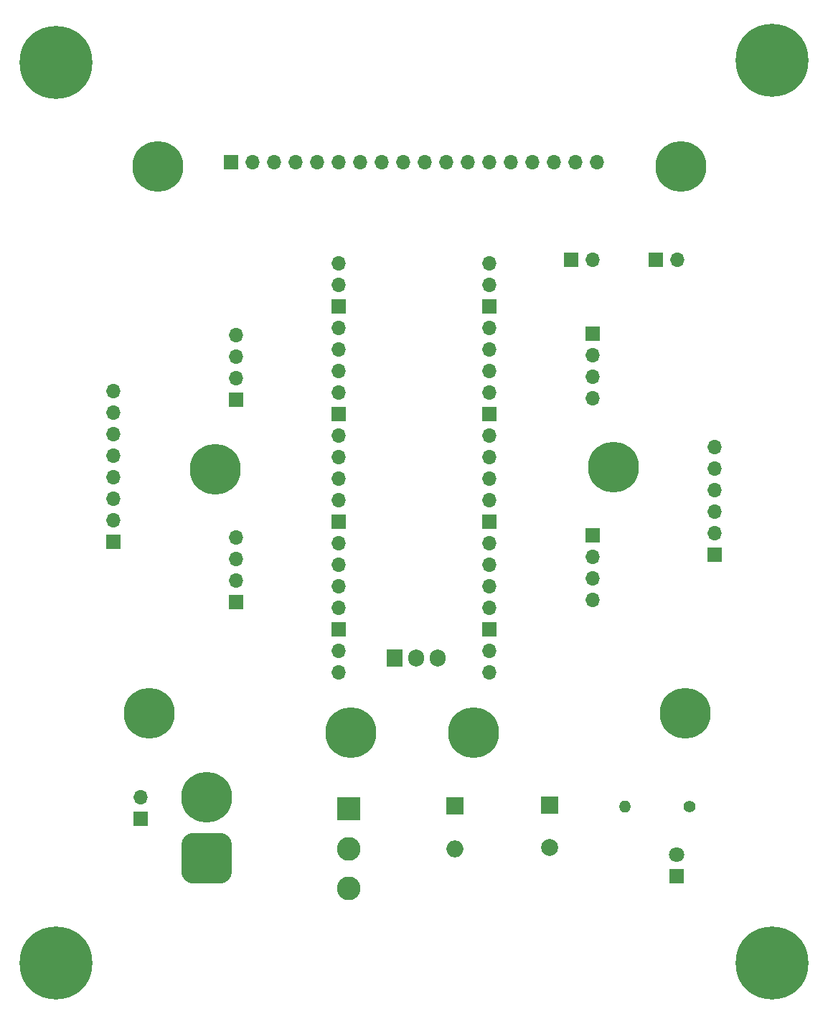
<source format=gbr>
%TF.GenerationSoftware,KiCad,Pcbnew,(6.0.9)*%
%TF.CreationDate,2022-12-13T13:02:29-05:00*%
%TF.ProjectId,Team5_Coaster_post_mdr,5465616d-355f-4436-9f61-737465725f70,rev?*%
%TF.SameCoordinates,Original*%
%TF.FileFunction,Soldermask,Bot*%
%TF.FilePolarity,Negative*%
%FSLAX46Y46*%
G04 Gerber Fmt 4.6, Leading zero omitted, Abs format (unit mm)*
G04 Created by KiCad (PCBNEW (6.0.9)) date 2022-12-13 13:02:29*
%MOMM*%
%LPD*%
G01*
G04 APERTURE LIST*
G04 Aperture macros list*
%AMRoundRect*
0 Rectangle with rounded corners*
0 $1 Rounding radius*
0 $2 $3 $4 $5 $6 $7 $8 $9 X,Y pos of 4 corners*
0 Add a 4 corners polygon primitive as box body*
4,1,4,$2,$3,$4,$5,$6,$7,$8,$9,$2,$3,0*
0 Add four circle primitives for the rounded corners*
1,1,$1+$1,$2,$3*
1,1,$1+$1,$4,$5*
1,1,$1+$1,$6,$7*
1,1,$1+$1,$8,$9*
0 Add four rect primitives between the rounded corners*
20,1,$1+$1,$2,$3,$4,$5,0*
20,1,$1+$1,$4,$5,$6,$7,0*
20,1,$1+$1,$6,$7,$8,$9,0*
20,1,$1+$1,$8,$9,$2,$3,0*%
G04 Aperture macros list end*
%ADD10C,6.000000*%
%ADD11R,1.700000X1.700000*%
%ADD12O,1.700000X1.700000*%
%ADD13R,2.794000X2.794000*%
%ADD14C,2.794000*%
%ADD15C,0.900000*%
%ADD16C,8.600000*%
%ADD17R,1.800000X1.800000*%
%ADD18C,1.800000*%
%ADD19R,2.000000X2.000000*%
%ADD20O,2.000000X2.000000*%
%ADD21C,2.000000*%
%ADD22R,1.905000X2.000000*%
%ADD23O,1.905000X2.000000*%
%ADD24RoundRect,1.500000X1.500000X-1.500000X1.500000X1.500000X-1.500000X1.500000X-1.500000X-1.500000X0*%
%ADD25C,1.400000*%
%ADD26O,1.400000X1.400000*%
G04 APERTURE END LIST*
D10*
%TO.C,J11*%
X95500000Y-131750000D03*
%TD*%
D11*
%TO.C,RF1*%
X147775000Y-86950000D03*
D12*
X147775000Y-89490000D03*
X147775000Y-92030000D03*
X147775000Y-94570000D03*
%TD*%
D10*
%TO.C,J15*%
X158250000Y-67250000D03*
%TD*%
D13*
%TO.C,SW1*%
X119000000Y-143051000D03*
D14*
X119000000Y-147750000D03*
X119000000Y-152449000D03*
%TD*%
D11*
%TO.C,J13*%
X155250000Y-78225000D03*
D12*
X157790000Y-78225000D03*
%TD*%
D15*
%TO.C,H3*%
X172225000Y-161250000D03*
D16*
X169000000Y-161250000D03*
D15*
X171280419Y-158969581D03*
X169000000Y-164475000D03*
X166719581Y-163530419D03*
X165775000Y-161250000D03*
X166719581Y-158969581D03*
X171280419Y-163530419D03*
X169000000Y-158025000D03*
%TD*%
D11*
%TO.C,J9*%
X91250000Y-111490000D03*
D12*
X91250000Y-108950000D03*
X91250000Y-106410000D03*
X91250000Y-103870000D03*
X91250000Y-101330000D03*
X91250000Y-98790000D03*
X91250000Y-96250000D03*
X91250000Y-93710000D03*
%TD*%
D17*
%TO.C,D3*%
X157750000Y-151025000D03*
D18*
X157750000Y-148485000D03*
%TD*%
D19*
%TO.C,D1*%
X131555000Y-142695354D03*
D20*
X131555000Y-147775354D03*
%TD*%
D15*
%TO.C,H1*%
X84500000Y-51775000D03*
X86780419Y-52719581D03*
D16*
X84500000Y-55000000D03*
D15*
X87725000Y-55000000D03*
X82219581Y-57280419D03*
X81275000Y-55000000D03*
X84500000Y-58225000D03*
X86780419Y-57280419D03*
X82219581Y-52719581D03*
%TD*%
D10*
%TO.C,J14*%
X158750000Y-131750000D03*
%TD*%
%TO.C,J12*%
X103250000Y-103000000D03*
%TD*%
D11*
%TO.C,J8*%
X105175000Y-66725000D03*
D12*
X107715000Y-66725000D03*
X110255000Y-66725000D03*
X112795000Y-66725000D03*
X115335000Y-66725000D03*
X117875000Y-66725000D03*
X120415000Y-66725000D03*
X122955000Y-66725000D03*
X125495000Y-66725000D03*
X128035000Y-66725000D03*
X130575000Y-66725000D03*
X133115000Y-66725000D03*
X135655000Y-66725000D03*
X138195000Y-66725000D03*
X140735000Y-66725000D03*
X143275000Y-66725000D03*
X145815000Y-66725000D03*
X148355000Y-66725000D03*
%TD*%
D19*
%TO.C,C1*%
X142750000Y-142632323D03*
D21*
X142750000Y-147632323D03*
%TD*%
D10*
%TO.C,J5*%
X96500000Y-67250000D03*
%TD*%
D22*
%TO.C,U2*%
X124460000Y-125222500D03*
D23*
X127000000Y-125222500D03*
X129540000Y-125222500D03*
%TD*%
D11*
%TO.C,J2*%
X162225000Y-113075000D03*
D12*
X162225000Y-110535000D03*
X162225000Y-107995000D03*
X162225000Y-105455000D03*
X162225000Y-102915000D03*
X162225000Y-100375000D03*
%TD*%
D11*
%TO.C,J4*%
X145250000Y-78252500D03*
D12*
X147790000Y-78252500D03*
%TD*%
D16*
%TO.C,H2*%
X169000000Y-54750000D03*
D15*
X172225000Y-54750000D03*
X166719581Y-57030419D03*
X169000000Y-51525000D03*
X171280419Y-52469581D03*
X165775000Y-54750000D03*
X169000000Y-57975000D03*
X166719581Y-52469581D03*
X171280419Y-57030419D03*
%TD*%
D24*
%TO.C,J1*%
X102250000Y-148850000D03*
D10*
X102250000Y-141650000D03*
%TD*%
D11*
%TO.C,J6*%
X94475000Y-144250000D03*
D12*
X94475000Y-141710000D03*
%TD*%
D25*
%TO.C,R1*%
X159250000Y-142750000D03*
D26*
X151630000Y-142750000D03*
%TD*%
D11*
%TO.C,LB1*%
X105725000Y-118620000D03*
D12*
X105725000Y-116080000D03*
X105725000Y-113540000D03*
X105725000Y-111000000D03*
%TD*%
D15*
%TO.C,H4*%
X82219581Y-163530419D03*
X86780419Y-158969581D03*
D16*
X84500000Y-161250000D03*
D15*
X82219581Y-158969581D03*
X87725000Y-161250000D03*
X86780419Y-163530419D03*
X84500000Y-158025000D03*
X81275000Y-161250000D03*
X84500000Y-164475000D03*
%TD*%
D11*
%TO.C,LF1*%
X105725000Y-94800000D03*
D12*
X105725000Y-92260000D03*
X105725000Y-89720000D03*
X105725000Y-87180000D03*
%TD*%
D10*
%TO.C,J7*%
X119250000Y-134027500D03*
%TD*%
%TO.C,J3*%
X133750000Y-134027500D03*
%TD*%
%TO.C,J10*%
X150250000Y-102750000D03*
%TD*%
D11*
%TO.C,RB1*%
X147775000Y-110750000D03*
D12*
X147775000Y-113290000D03*
X147775000Y-115830000D03*
X147775000Y-118370000D03*
%TD*%
%TO.C,U1*%
X117860000Y-78647500D03*
X117860000Y-81187500D03*
D11*
X117860000Y-83727500D03*
D12*
X117860000Y-86267500D03*
X117860000Y-88807500D03*
X117860000Y-91347500D03*
X117860000Y-93887500D03*
D11*
X117860000Y-96427500D03*
D12*
X117860000Y-98967500D03*
X117860000Y-101507500D03*
X117860000Y-104047500D03*
X117860000Y-106587500D03*
D11*
X117860000Y-109127500D03*
D12*
X117860000Y-111667500D03*
X117860000Y-114207500D03*
X117860000Y-116747500D03*
X117860000Y-119287500D03*
D11*
X117860000Y-121827500D03*
D12*
X117860000Y-124367500D03*
X117860000Y-126907500D03*
X135640000Y-126907500D03*
X135640000Y-124367500D03*
D11*
X135640000Y-121827500D03*
D12*
X135640000Y-119287500D03*
X135640000Y-116747500D03*
X135640000Y-114207500D03*
X135640000Y-111667500D03*
D11*
X135640000Y-109127500D03*
D12*
X135640000Y-106587500D03*
X135640000Y-104047500D03*
X135640000Y-101507500D03*
X135640000Y-98967500D03*
D11*
X135640000Y-96427500D03*
D12*
X135640000Y-93887500D03*
X135640000Y-91347500D03*
X135640000Y-88807500D03*
X135640000Y-86267500D03*
D11*
X135640000Y-83727500D03*
D12*
X135640000Y-81187500D03*
X135640000Y-78647500D03*
%TD*%
M02*

</source>
